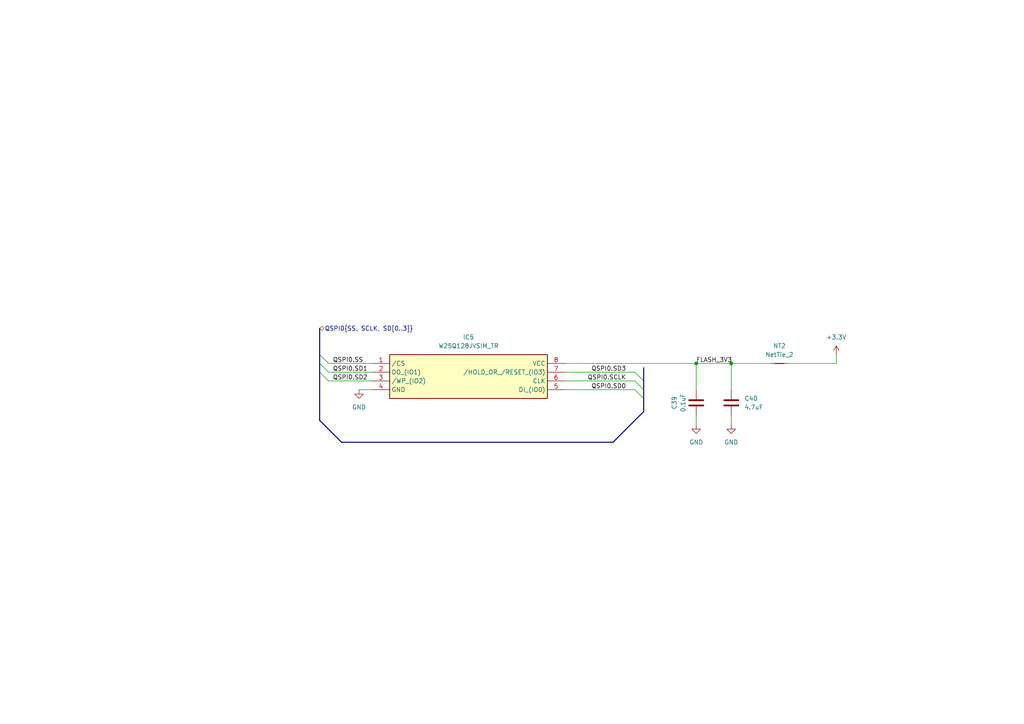
<source format=kicad_sch>
(kicad_sch (version 20250114) (generator "eeschema") (generator_version "9.0")
  (paper "A4")
  (lib_symbols
    (symbol "Device:C" (pin_numbers (hide yes)) (pin_names (offset 0.254))
      (property "Reference" "C" (at 0.635 2.54 0))
      (property "Value" "C" (at 0.635 -2.54 0))
      (symbol "C_0_1"
        (polyline (pts (xy -2.032 0.762) (xy 2.032 0.762)) (stroke (width 0.508)))
        (polyline (pts (xy -2.032 -0.762) (xy 2.032 -0.762)) (stroke (width 0.508)))
      )
      (symbol "C_1_1"
        (pin passive line (at 0 3.81 270) (length 2.794) (name "~") (number "1"))
        (pin passive line (at 0 -3.81 90) (length 2.794) (name "~") (number "2"))
      )
    )
    (symbol "Device:NetTie_2" (pin_numbers (hide yes)) (pin_names (offset 0) (hide yes)) (in_bom no)
      (property "Reference" "NT" (at 0 1.27 0))
      (property "Value" "NetTie_2" (at 0 -1.27 0))
      (symbol "NetTie_2_0_1"
        (polyline (pts (xy -1.27 0) (xy 1.27 0)) (stroke (width 0.254)))
      )
      (symbol "NetTie_2_1_1"
        (pin passive line (at -2.54 0 0) (length 2.54) (name "1") (number "1"))
        (pin passive line (at 2.54 0 180) (length 2.54) (name "2") (number "2"))
      )
    )
    (symbol "SamacSys_Parts:W25Q128JVSIM_TR"
      (property "Reference" "IC" (at 52.07 7.62 0))
      (property "Value" "W25Q128JVSIM_TR" (at 52.07 5.08 0))
      (symbol "W25Q128JVSIM_TR_1_1"
        (rectangle (start 5.08 2.54) (end 50.8 -10.16) (stroke (width 0.254)) (fill (type background)))
        (pin passive line (at 0 0 0) (length 5.08) (name "/CS") (number "1"))
        (pin passive line (at 0 -2.54 0) (length 5.08) (name "DO_(IO1)") (number "2"))
        (pin passive line (at 0 -5.08 0) (length 5.08) (name "/WP_(IO2)") (number "3"))
        (pin passive line (at 0 -7.62 0) (length 5.08) (name "GND") (number "4"))
        (pin passive line (at 55.88 0 180) (length 5.08) (name "VCC") (number "8"))
        (pin passive line (at 55.88 -2.54 180) (length 5.08) (name "/HOLD_OR_/RESET_(IO3)") (number "7"))
        (pin passive line (at 55.88 -5.08 180) (length 5.08) (name "CLK") (number "6"))
        (pin passive line (at 55.88 -7.62 180) (length 5.08) (name "DI_(IO0)") (number "5"))
      )
    )
    (symbol "power:+3.3V" (power) (pin_names (offset 0))
      (property "Value" "+3.3V" (at 0 3.556 0))
      (symbol "+3.3V_0_1"
        (polyline (pts (xy -0.762 1.27) (xy 0 2.54)))
        (polyline (pts (xy 0 2.54) (xy 0.762 1.27)))
        (polyline (pts (xy 0 0) (xy 0 2.54)))
      )
      (symbol "+3.3V_1_1"
        (pin power_in line (at 0 0 90) (length 0) (hide yes) (name "+3.3V") (number "1"))
      )
    )
    (symbol "power:GND" (power) (pin_names (offset 0))
      (property "Value" "GND" (at 0 -3.81 0))
      (symbol "GND_0_1"
        (polyline (pts (xy 0 0) (xy 0 -1.27) (xy 1.27 -1.27) (xy 0 -2.54) (xy -1.27 -1.27) (xy 0 -1.27)))
      )
      (symbol "GND_1_1"
        (pin power_in line (at 0 0 270) (length 0) (hide yes) (name "GND") (number "1"))
      )
    )
  )
  (junction (at 212.09 105.41))
  (junction (at 201.93 105.41))
  (bus_entry (at 92.71 105.41) (size 2.54 2.54))
  (bus_entry (at 92.71 102.87) (size 2.54 2.54))
  (bus_entry (at 186.69 115.57) (size -2.54 -2.54))
  (bus_entry (at 186.69 113.03) (size -2.54 -2.54))
  (bus_entry (at 186.69 110.49) (size -2.54 -2.54))
  (bus_entry (at 92.71 107.95) (size 2.54 2.54))
  (wire (pts (xy 242.57 105.41) (xy 242.57 102.87)))
  (wire (pts (xy 163.83 110.49) (xy 184.15 110.49)))
  (bus (pts (xy 186.69 115.57) (xy 186.69 119.38)))
  (bus (pts (xy 186.69 113.03) (xy 186.69 115.57)))
  (bus (pts (xy 99.06 128.27) (xy 177.8 128.27)))
  (wire (pts (xy 163.83 113.03) (xy 184.15 113.03)))
  (wire (pts (xy 228.6 105.41) (xy 242.57 105.41)))
  (wire (pts (xy 212.09 105.41) (xy 212.09 113.03)))
  (wire (pts (xy 212.09 120.65) (xy 212.09 123.19)))
  (bus (pts (xy 92.71 121.92) (xy 99.06 128.27)))
  (wire (pts (xy 212.09 105.41) (xy 223.52 105.41)))
  (bus (pts (xy 186.69 106.68) (xy 186.69 110.49)))
  (bus (pts (xy 92.71 95.25) (xy 92.71 102.87)))
  (wire (pts (xy 95.25 105.41) (xy 107.95 105.41)))
  (wire (pts (xy 201.93 105.41) (xy 201.93 113.03)))
  (wire (pts (xy 95.25 107.95) (xy 107.95 107.95)))
  (bus (pts (xy 92.71 102.87) (xy 92.71 105.41)))
  (bus (pts (xy 92.71 105.41) (xy 92.71 107.95)))
  (bus (pts (xy 177.8 128.27) (xy 186.69 119.38)))
  (bus (pts (xy 92.71 107.95) (xy 92.71 121.92)))
  (wire (pts (xy 163.83 105.41) (xy 201.93 105.41)))
  (wire (pts (xy 201.93 123.19) (xy 201.93 120.65)))
  (wire (pts (xy 163.83 107.95) (xy 184.15 107.95)))
  (wire (pts (xy 201.93 105.41) (xy 212.09 105.41)))
  (wire (pts (xy 107.95 113.03) (xy 104.14 113.03)))
  (wire (pts (xy 95.25 110.49) (xy 107.95 110.49)))
  (bus (pts (xy 186.69 110.49) (xy 186.69 113.03)))
  (label "QSPI0.SCLK" (at 181.61 110.49 180))
  (label "QSPI0.SD3" (at 181.61 107.95 180))
  (label "QSPI0.SD2" (at 96.52 110.49 0))
  (label "FLASH_3V3" (at 201.93 105.41 0))
  (label "QSPI0.SD0" (at 181.61 113.03 180))
  (label "QSPI0.SD1" (at 96.52 107.95 0))
  (label "QSPI0.SS" (at 96.52 105.41 0))
  (hierarchical_label "QSPI0{SS, SCLK, SD[0..3]}" (shape bidirectional) (at 92.71 95.25 0))
  (symbol (lib_id "power:+3.3V") (at 242.57 102.87 0) (unit 1)
    (property "Reference" "#PWR068" (effects (hide yes)))
    (property "Value" "+3.3V" (at 242.57 97.79 0))
  )
  (symbol (lib_id "Device:NetTie_2") (at 226.06 105.41 0) (unit 1) (in_bom no)
    (property "Reference" "NT2" (at 226.06 100.33 0))
    (property "Value" "NetTie_2" (at 226.06 102.87 0))
    (property "Description" "Net tie, 2 pins" (effects (hide yes)))
  )
  (symbol (lib_id "power:GND") (at 212.09 123.19 0) (unit 1)
    (property "Reference" "#PWR070" (effects (hide yes)))
    (property "Value" "GND" (at 212.09 128.27 0))
  )
  (symbol (lib_id "Device:C") (at 201.93 116.84 0) (unit 1)
    (property "Reference" "C39" (at 195.58 116.84 90))
    (property "Value" "0.1uF" (at 198.12 116.84 90))
    (property "Footprint" "Capacitor_SMD:C_0402_1005Metric" (effects (hide yes)))
  )
  (symbol (lib_id "SamacSys_Parts:W25Q128JVSIM_TR") (at 107.95 105.41 0) (unit 1)
    (property "Reference" "IC5" (at 135.89 97.79 0))
    (property "Value" "W25Q128JVSIM_TR" (at 135.89 100.33 0))
    (property "Footprint" "SamacSys_Parts:SOIC127P790X216-8N" (effects (hide yes)))
    (property "Datasheet" "http://www.winbond.com/resource-files/w25q128jv%20dtr%20revb%2011042016.pdf" (effects (hide yes)))
    (property "Description" "3V 128M-BIT SERIAL FLASH MEMORY WITH DUAL/QUAD SPI & QPI & DTR" (effects (hide yes)))
    (property "Height" "2.16" (effects (hide yes)))
    (property "Mouser Part Number" "454-W25Q128JVSIMTR" (effects (hide yes)))
    (property "Mouser Price/Stock" "https://www.mouser.co.uk/ProductDetail/Winbond/W25Q128JVSIM-TR?qs=qSfuJ%252Bfl%2Fd6ji9IuruL6Zg%3D%3D" (effects (hide yes)))
    (property "Manufacturer_Name" "Winbond" (effects (hide yes)))
    (property "Manufacturer_Part_Number" "W25Q128JVSIM TR" (effects (hide yes)))
  )
  (symbol (lib_id "power:GND") (at 104.14 113.03 0) (unit 1)
    (property "Reference" "#PWR067" (effects (hide yes)))
    (property "Value" "GND" (at 104.14 118.11 0))
  )
  (symbol (lib_id "power:GND") (at 201.93 123.19 0) (unit 1)
    (property "Reference" "#PWR069" (effects (hide yes)))
    (property "Value" "GND" (at 201.93 128.27 0))
  )
  (symbol (lib_id "Device:C") (at 212.09 116.84 0) (mirror y) (unit 1)
    (property "Reference" "C40" (at 215.9 115.5699 0) (effects (justify right)))
    (property "Value" "4.7uF" (at 215.9 118.1099 0) (effects (justify right)))
    (property "Footprint" "Capacitor_SMD:C_0402_1005Metric" (effects (hide yes)))
    (property "Description" "Unpolarized capacitor" (effects (hide yes)))
  )
)
</source>
